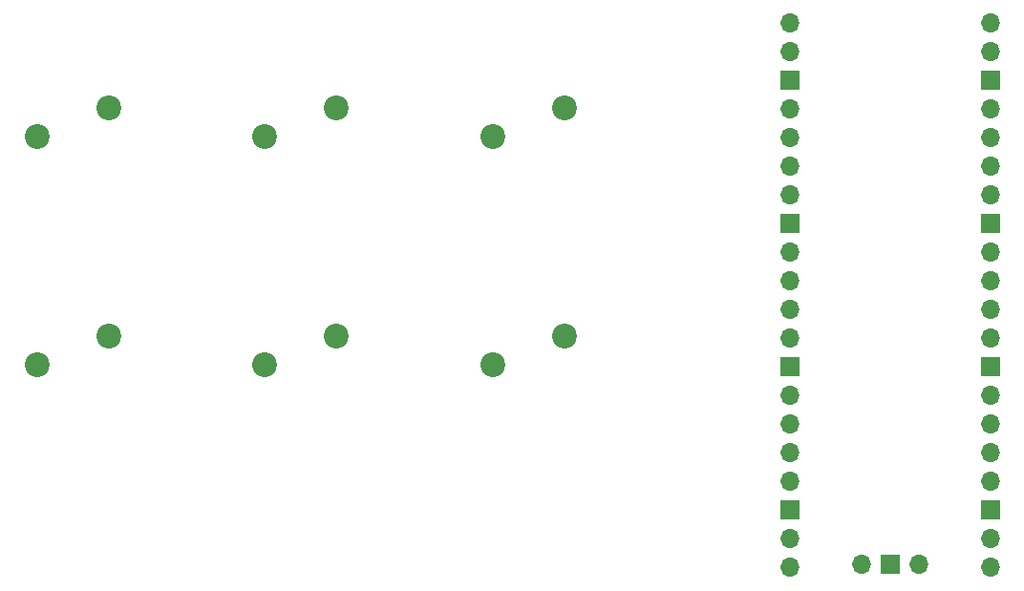
<source format=gbr>
%TF.GenerationSoftware,KiCad,Pcbnew,7.0.1*%
%TF.CreationDate,2023-03-14T08:07:41-04:00*%
%TF.ProjectId,Macropad,4d616372-6f70-4616-942e-6b696361645f,rev?*%
%TF.SameCoordinates,Original*%
%TF.FileFunction,Copper,L2,Bot*%
%TF.FilePolarity,Positive*%
%FSLAX46Y46*%
G04 Gerber Fmt 4.6, Leading zero omitted, Abs format (unit mm)*
G04 Created by KiCad (PCBNEW 7.0.1) date 2023-03-14 08:07:41*
%MOMM*%
%LPD*%
G01*
G04 APERTURE LIST*
%TA.AperFunction,ComponentPad*%
%ADD10C,2.200000*%
%TD*%
%TA.AperFunction,ComponentPad*%
%ADD11O,1.700000X1.700000*%
%TD*%
%TA.AperFunction,ComponentPad*%
%ADD12R,1.700000X1.700000*%
%TD*%
G04 APERTURE END LIST*
D10*
%TO.P,SW6,1*%
%TO.N,Net-(U1-GPIO8)*%
X157360000Y-106560000D03*
%TO.P,SW6,2*%
%TO.N,Net-(SW2-Pad2)*%
X151010000Y-109100000D03*
%TD*%
D11*
%TO.P,U1,1,GPIO0*%
%TO.N,unconnected-(U1-GPIO0-Pad1)*%
X177370000Y-78810000D03*
%TO.P,U1,2,GPIO1*%
%TO.N,unconnected-(U1-GPIO1-Pad2)*%
X177370000Y-81350000D03*
D12*
%TO.P,U1,3,GND*%
%TO.N,Net-(SW1-Pad2)*%
X177370000Y-83890000D03*
D11*
%TO.P,U1,4,GPIO2*%
%TO.N,unconnected-(U1-GPIO2-Pad4)*%
X177370000Y-86430000D03*
%TO.P,U1,5,GPIO3*%
%TO.N,Net-(U1-GPIO3)*%
X177370000Y-88970000D03*
%TO.P,U1,6,GPIO4*%
%TO.N,Net-(U1-GPIO4)*%
X177370000Y-91510000D03*
%TO.P,U1,7,GPIO5*%
%TO.N,Net-(U1-GPIO5)*%
X177370000Y-94050000D03*
D12*
%TO.P,U1,8,GND*%
%TO.N,unconnected-(U1-GND-Pad8)*%
X177370000Y-96590000D03*
D11*
%TO.P,U1,9,GPIO6*%
%TO.N,Net-(U1-GPIO6)*%
X177370000Y-99130000D03*
%TO.P,U1,10,GPIO7*%
%TO.N,Net-(U1-GPIO7)*%
X177370000Y-101670000D03*
%TO.P,U1,11,GPIO8*%
%TO.N,Net-(U1-GPIO8)*%
X177370000Y-104210000D03*
%TO.P,U1,12,GPIO9*%
%TO.N,unconnected-(U1-GPIO9-Pad12)*%
X177370000Y-106750000D03*
D12*
%TO.P,U1,13,GND*%
%TO.N,unconnected-(U1-GND-Pad13)*%
X177370000Y-109290000D03*
D11*
%TO.P,U1,14,GPIO10*%
%TO.N,unconnected-(U1-GPIO10-Pad14)*%
X177370000Y-111830000D03*
%TO.P,U1,15,GPIO11*%
%TO.N,unconnected-(U1-GPIO11-Pad15)*%
X177370000Y-114370000D03*
%TO.P,U1,16,GPIO12*%
%TO.N,unconnected-(U1-GPIO12-Pad16)*%
X177370000Y-116910000D03*
%TO.P,U1,17,GPIO13*%
%TO.N,unconnected-(U1-GPIO13-Pad17)*%
X177370000Y-119450000D03*
D12*
%TO.P,U1,18,GND*%
%TO.N,Net-(SW2-Pad2)*%
X177370000Y-121990000D03*
D11*
%TO.P,U1,19,GPIO14*%
%TO.N,unconnected-(U1-GPIO14-Pad19)*%
X177370000Y-124530000D03*
%TO.P,U1,20,GPIO15*%
%TO.N,unconnected-(U1-GPIO15-Pad20)*%
X177370000Y-127070000D03*
%TO.P,U1,21,GPIO16*%
%TO.N,unconnected-(U1-GPIO16-Pad21)*%
X195150000Y-127070000D03*
%TO.P,U1,22,GPIO17*%
%TO.N,unconnected-(U1-GPIO17-Pad22)*%
X195150000Y-124530000D03*
D12*
%TO.P,U1,23,GND*%
%TO.N,unconnected-(U1-GND-Pad23)*%
X195150000Y-121990000D03*
D11*
%TO.P,U1,24,GPIO18*%
%TO.N,unconnected-(U1-GPIO18-Pad24)*%
X195150000Y-119450000D03*
%TO.P,U1,25,GPIO19*%
%TO.N,unconnected-(U1-GPIO19-Pad25)*%
X195150000Y-116910000D03*
%TO.P,U1,26,GPIO20*%
%TO.N,unconnected-(U1-GPIO20-Pad26)*%
X195150000Y-114370000D03*
%TO.P,U1,27,GPIO21*%
%TO.N,unconnected-(U1-GPIO21-Pad27)*%
X195150000Y-111830000D03*
D12*
%TO.P,U1,28,GND*%
%TO.N,unconnected-(U1-GND-Pad28)*%
X195150000Y-109290000D03*
D11*
%TO.P,U1,29,GPIO22*%
%TO.N,unconnected-(U1-GPIO22-Pad29)*%
X195150000Y-106750000D03*
%TO.P,U1,30,RUN*%
%TO.N,unconnected-(U1-RUN-Pad30)*%
X195150000Y-104210000D03*
%TO.P,U1,31,GPIO26_ADC0*%
%TO.N,unconnected-(U1-GPIO26_ADC0-Pad31)*%
X195150000Y-101670000D03*
%TO.P,U1,32,GPIO27_ADC1*%
%TO.N,unconnected-(U1-GPIO27_ADC1-Pad32)*%
X195150000Y-99130000D03*
D12*
%TO.P,U1,33,AGND*%
%TO.N,unconnected-(U1-AGND-Pad33)*%
X195150000Y-96590000D03*
D11*
%TO.P,U1,34,GPIO28_ADC2*%
%TO.N,unconnected-(U1-GPIO28_ADC2-Pad34)*%
X195150000Y-94050000D03*
%TO.P,U1,35,ADC_VREF*%
%TO.N,unconnected-(U1-ADC_VREF-Pad35)*%
X195150000Y-91510000D03*
%TO.P,U1,36,3V3*%
%TO.N,unconnected-(U1-3V3-Pad36)*%
X195150000Y-88970000D03*
%TO.P,U1,37,3V3_EN*%
%TO.N,unconnected-(U1-3V3_EN-Pad37)*%
X195150000Y-86430000D03*
D12*
%TO.P,U1,38,GND*%
%TO.N,unconnected-(U1-GND-Pad38)*%
X195150000Y-83890000D03*
D11*
%TO.P,U1,39,VSYS*%
%TO.N,unconnected-(U1-VSYS-Pad39)*%
X195150000Y-81350000D03*
%TO.P,U1,40,VBUS*%
%TO.N,unconnected-(U1-VBUS-Pad40)*%
X195150000Y-78810000D03*
%TO.P,U1,41,SWCLK*%
%TO.N,unconnected-(U1-SWCLK-Pad41)*%
X183720000Y-126840000D03*
D12*
%TO.P,U1,42,GND*%
%TO.N,unconnected-(U1-GND-Pad42)*%
X186260000Y-126840000D03*
D11*
%TO.P,U1,43,SWDIO*%
%TO.N,unconnected-(U1-SWDIO-Pad43)*%
X188800000Y-126840000D03*
%TD*%
D10*
%TO.P,SW5,1*%
%TO.N,Net-(U1-GPIO3)*%
X157360000Y-86360000D03*
%TO.P,SW5,2*%
%TO.N,Net-(SW1-Pad2)*%
X151010000Y-88900000D03*
%TD*%
%TO.P,SW2,1*%
%TO.N,Net-(U1-GPIO6)*%
X116960000Y-106560000D03*
%TO.P,SW2,2*%
%TO.N,Net-(SW2-Pad2)*%
X110610000Y-109100000D03*
%TD*%
%TO.P,SW4,1*%
%TO.N,Net-(U1-GPIO7)*%
X137160000Y-106560000D03*
%TO.P,SW4,2*%
%TO.N,Net-(SW2-Pad2)*%
X130810000Y-109100000D03*
%TD*%
%TO.P,SW3,1*%
%TO.N,Net-(U1-GPIO4)*%
X137160000Y-86360000D03*
%TO.P,SW3,2*%
%TO.N,Net-(SW1-Pad2)*%
X130810000Y-88900000D03*
%TD*%
%TO.P,SW1,1*%
%TO.N,Net-(U1-GPIO5)*%
X116960000Y-86360000D03*
%TO.P,SW1,2*%
%TO.N,Net-(SW1-Pad2)*%
X110610000Y-88900000D03*
%TD*%
M02*

</source>
